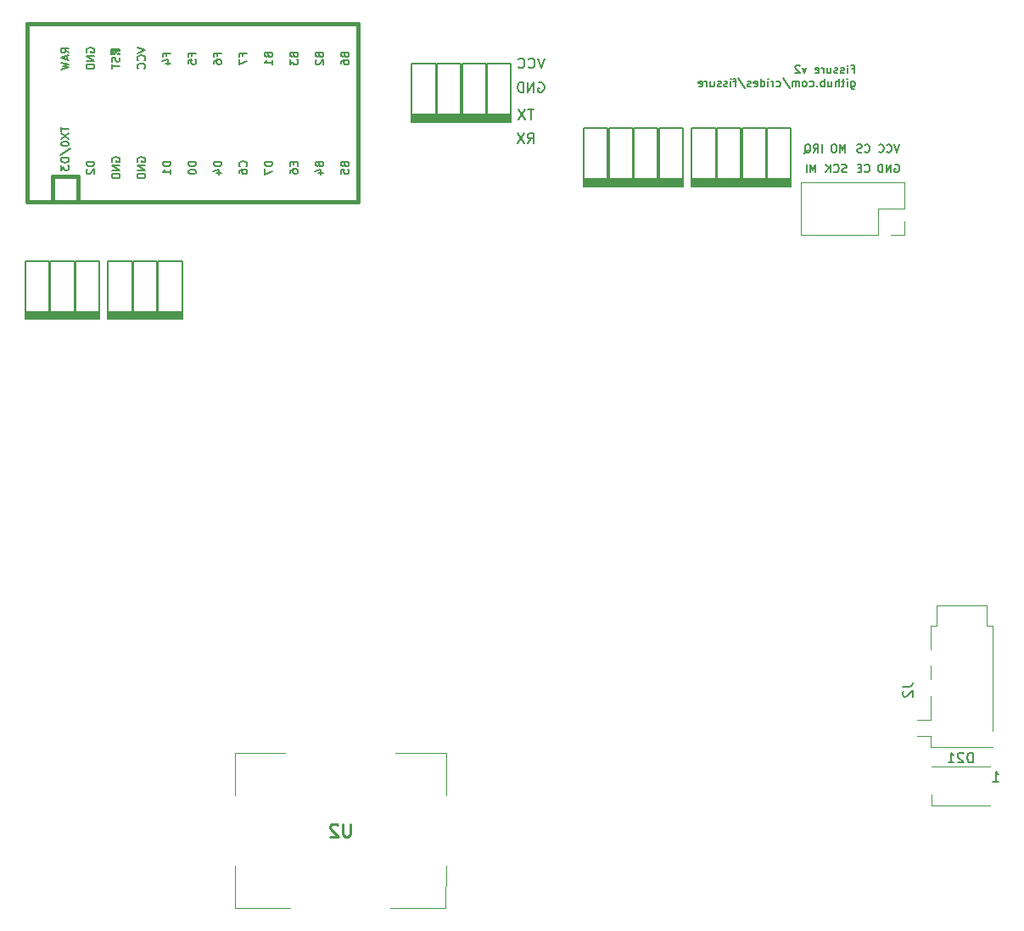
<source format=gbr>
G04 #@! TF.GenerationSoftware,KiCad,Pcbnew,5.1.4-e60b266~84~ubuntu19.04.1*
G04 #@! TF.CreationDate,2020-01-09T17:11:54-08:00*
G04 #@! TF.ProjectId,fissure,66697373-7572-4652-9e6b-696361645f70,rev?*
G04 #@! TF.SameCoordinates,Original*
G04 #@! TF.FileFunction,Legend,Bot*
G04 #@! TF.FilePolarity,Positive*
%FSLAX46Y46*%
G04 Gerber Fmt 4.6, Leading zero omitted, Abs format (unit mm)*
G04 Created by KiCad (PCBNEW 5.1.4-e60b266~84~ubuntu19.04.1) date 2020-01-09 17:11:54*
%MOMM*%
%LPD*%
G04 APERTURE LIST*
%ADD10C,0.150000*%
%ADD11C,0.120000*%
%ADD12C,0.381000*%
%ADD13C,0.200000*%
%ADD14C,0.100000*%
%ADD15C,0.254000*%
G04 APERTURE END LIST*
D10*
X128016167Y-44266857D02*
X128282833Y-44266857D01*
X128282833Y-44685904D02*
X128282833Y-43885904D01*
X127901881Y-43885904D01*
X127597119Y-44685904D02*
X127597119Y-44152571D01*
X127597119Y-43885904D02*
X127635214Y-43924000D01*
X127597119Y-43962095D01*
X127559024Y-43924000D01*
X127597119Y-43885904D01*
X127597119Y-43962095D01*
X127254262Y-44647809D02*
X127178071Y-44685904D01*
X127025690Y-44685904D01*
X126949500Y-44647809D01*
X126911405Y-44571619D01*
X126911405Y-44533523D01*
X126949500Y-44457333D01*
X127025690Y-44419238D01*
X127139976Y-44419238D01*
X127216167Y-44381142D01*
X127254262Y-44304952D01*
X127254262Y-44266857D01*
X127216167Y-44190666D01*
X127139976Y-44152571D01*
X127025690Y-44152571D01*
X126949500Y-44190666D01*
X126606643Y-44647809D02*
X126530452Y-44685904D01*
X126378071Y-44685904D01*
X126301881Y-44647809D01*
X126263786Y-44571619D01*
X126263786Y-44533523D01*
X126301881Y-44457333D01*
X126378071Y-44419238D01*
X126492357Y-44419238D01*
X126568548Y-44381142D01*
X126606643Y-44304952D01*
X126606643Y-44266857D01*
X126568548Y-44190666D01*
X126492357Y-44152571D01*
X126378071Y-44152571D01*
X126301881Y-44190666D01*
X125578071Y-44152571D02*
X125578071Y-44685904D01*
X125920929Y-44152571D02*
X125920929Y-44571619D01*
X125882833Y-44647809D01*
X125806643Y-44685904D01*
X125692357Y-44685904D01*
X125616167Y-44647809D01*
X125578071Y-44609714D01*
X125197119Y-44685904D02*
X125197119Y-44152571D01*
X125197119Y-44304952D02*
X125159024Y-44228761D01*
X125120929Y-44190666D01*
X125044738Y-44152571D01*
X124968548Y-44152571D01*
X124397119Y-44647809D02*
X124473310Y-44685904D01*
X124625690Y-44685904D01*
X124701881Y-44647809D01*
X124739976Y-44571619D01*
X124739976Y-44266857D01*
X124701881Y-44190666D01*
X124625690Y-44152571D01*
X124473310Y-44152571D01*
X124397119Y-44190666D01*
X124359024Y-44266857D01*
X124359024Y-44343047D01*
X124739976Y-44419238D01*
X123482833Y-44152571D02*
X123292357Y-44685904D01*
X123101881Y-44152571D01*
X122835214Y-43962095D02*
X122797119Y-43924000D01*
X122720929Y-43885904D01*
X122530452Y-43885904D01*
X122454262Y-43924000D01*
X122416167Y-43962095D01*
X122378071Y-44038285D01*
X122378071Y-44114476D01*
X122416167Y-44228761D01*
X122873310Y-44685904D01*
X122378071Y-44685904D01*
X127939976Y-45502571D02*
X127939976Y-46150190D01*
X127978071Y-46226380D01*
X128016167Y-46264476D01*
X128092357Y-46302571D01*
X128206643Y-46302571D01*
X128282833Y-46264476D01*
X127939976Y-45997809D02*
X128016167Y-46035904D01*
X128168548Y-46035904D01*
X128244738Y-45997809D01*
X128282833Y-45959714D01*
X128320929Y-45883523D01*
X128320929Y-45654952D01*
X128282833Y-45578761D01*
X128244738Y-45540666D01*
X128168548Y-45502571D01*
X128016167Y-45502571D01*
X127939976Y-45540666D01*
X127559024Y-46035904D02*
X127559024Y-45502571D01*
X127559024Y-45235904D02*
X127597119Y-45274000D01*
X127559024Y-45312095D01*
X127520929Y-45274000D01*
X127559024Y-45235904D01*
X127559024Y-45312095D01*
X127292357Y-45502571D02*
X126987595Y-45502571D01*
X127178071Y-45235904D02*
X127178071Y-45921619D01*
X127139976Y-45997809D01*
X127063786Y-46035904D01*
X126987595Y-46035904D01*
X126720929Y-46035904D02*
X126720929Y-45235904D01*
X126378071Y-46035904D02*
X126378071Y-45616857D01*
X126416167Y-45540666D01*
X126492357Y-45502571D01*
X126606643Y-45502571D01*
X126682833Y-45540666D01*
X126720929Y-45578761D01*
X125654262Y-45502571D02*
X125654262Y-46035904D01*
X125997119Y-45502571D02*
X125997119Y-45921619D01*
X125959024Y-45997809D01*
X125882833Y-46035904D01*
X125768548Y-46035904D01*
X125692357Y-45997809D01*
X125654262Y-45959714D01*
X125273310Y-46035904D02*
X125273310Y-45235904D01*
X125273310Y-45540666D02*
X125197119Y-45502571D01*
X125044738Y-45502571D01*
X124968548Y-45540666D01*
X124930452Y-45578761D01*
X124892357Y-45654952D01*
X124892357Y-45883523D01*
X124930452Y-45959714D01*
X124968548Y-45997809D01*
X125044738Y-46035904D01*
X125197119Y-46035904D01*
X125273310Y-45997809D01*
X124549500Y-45959714D02*
X124511405Y-45997809D01*
X124549500Y-46035904D01*
X124587595Y-45997809D01*
X124549500Y-45959714D01*
X124549500Y-46035904D01*
X123825690Y-45997809D02*
X123901881Y-46035904D01*
X124054262Y-46035904D01*
X124130452Y-45997809D01*
X124168548Y-45959714D01*
X124206643Y-45883523D01*
X124206643Y-45654952D01*
X124168548Y-45578761D01*
X124130452Y-45540666D01*
X124054262Y-45502571D01*
X123901881Y-45502571D01*
X123825690Y-45540666D01*
X123368548Y-46035904D02*
X123444738Y-45997809D01*
X123482833Y-45959714D01*
X123520929Y-45883523D01*
X123520929Y-45654952D01*
X123482833Y-45578761D01*
X123444738Y-45540666D01*
X123368548Y-45502571D01*
X123254262Y-45502571D01*
X123178071Y-45540666D01*
X123139976Y-45578761D01*
X123101881Y-45654952D01*
X123101881Y-45883523D01*
X123139976Y-45959714D01*
X123178071Y-45997809D01*
X123254262Y-46035904D01*
X123368548Y-46035904D01*
X122759024Y-46035904D02*
X122759024Y-45502571D01*
X122759024Y-45578761D02*
X122720929Y-45540666D01*
X122644738Y-45502571D01*
X122530452Y-45502571D01*
X122454262Y-45540666D01*
X122416167Y-45616857D01*
X122416167Y-46035904D01*
X122416167Y-45616857D02*
X122378071Y-45540666D01*
X122301881Y-45502571D01*
X122187595Y-45502571D01*
X122111405Y-45540666D01*
X122073310Y-45616857D01*
X122073310Y-46035904D01*
X121120929Y-45197809D02*
X121806643Y-46226380D01*
X120511405Y-45997809D02*
X120587595Y-46035904D01*
X120739976Y-46035904D01*
X120816167Y-45997809D01*
X120854262Y-45959714D01*
X120892357Y-45883523D01*
X120892357Y-45654952D01*
X120854262Y-45578761D01*
X120816167Y-45540666D01*
X120739976Y-45502571D01*
X120587595Y-45502571D01*
X120511405Y-45540666D01*
X120168548Y-46035904D02*
X120168548Y-45502571D01*
X120168548Y-45654952D02*
X120130452Y-45578761D01*
X120092357Y-45540666D01*
X120016167Y-45502571D01*
X119939976Y-45502571D01*
X119673310Y-46035904D02*
X119673310Y-45502571D01*
X119673310Y-45235904D02*
X119711405Y-45274000D01*
X119673310Y-45312095D01*
X119635214Y-45274000D01*
X119673310Y-45235904D01*
X119673310Y-45312095D01*
X118949500Y-46035904D02*
X118949500Y-45235904D01*
X118949500Y-45997809D02*
X119025690Y-46035904D01*
X119178071Y-46035904D01*
X119254262Y-45997809D01*
X119292357Y-45959714D01*
X119330452Y-45883523D01*
X119330452Y-45654952D01*
X119292357Y-45578761D01*
X119254262Y-45540666D01*
X119178071Y-45502571D01*
X119025690Y-45502571D01*
X118949500Y-45540666D01*
X118263786Y-45997809D02*
X118339976Y-46035904D01*
X118492357Y-46035904D01*
X118568548Y-45997809D01*
X118606643Y-45921619D01*
X118606643Y-45616857D01*
X118568548Y-45540666D01*
X118492357Y-45502571D01*
X118339976Y-45502571D01*
X118263786Y-45540666D01*
X118225690Y-45616857D01*
X118225690Y-45693047D01*
X118606643Y-45769238D01*
X117920929Y-45997809D02*
X117844738Y-46035904D01*
X117692357Y-46035904D01*
X117616167Y-45997809D01*
X117578071Y-45921619D01*
X117578071Y-45883523D01*
X117616167Y-45807333D01*
X117692357Y-45769238D01*
X117806643Y-45769238D01*
X117882833Y-45731142D01*
X117920929Y-45654952D01*
X117920929Y-45616857D01*
X117882833Y-45540666D01*
X117806643Y-45502571D01*
X117692357Y-45502571D01*
X117616167Y-45540666D01*
X116663786Y-45197809D02*
X117349500Y-46226380D01*
X116511405Y-45502571D02*
X116206643Y-45502571D01*
X116397119Y-46035904D02*
X116397119Y-45350190D01*
X116359024Y-45274000D01*
X116282833Y-45235904D01*
X116206643Y-45235904D01*
X115939976Y-46035904D02*
X115939976Y-45502571D01*
X115939976Y-45235904D02*
X115978071Y-45274000D01*
X115939976Y-45312095D01*
X115901881Y-45274000D01*
X115939976Y-45235904D01*
X115939976Y-45312095D01*
X115597119Y-45997809D02*
X115520929Y-46035904D01*
X115368548Y-46035904D01*
X115292357Y-45997809D01*
X115254262Y-45921619D01*
X115254262Y-45883523D01*
X115292357Y-45807333D01*
X115368548Y-45769238D01*
X115482833Y-45769238D01*
X115559024Y-45731142D01*
X115597119Y-45654952D01*
X115597119Y-45616857D01*
X115559024Y-45540666D01*
X115482833Y-45502571D01*
X115368548Y-45502571D01*
X115292357Y-45540666D01*
X114949500Y-45997809D02*
X114873310Y-46035904D01*
X114720929Y-46035904D01*
X114644738Y-45997809D01*
X114606643Y-45921619D01*
X114606643Y-45883523D01*
X114644738Y-45807333D01*
X114720929Y-45769238D01*
X114835214Y-45769238D01*
X114911405Y-45731142D01*
X114949500Y-45654952D01*
X114949500Y-45616857D01*
X114911405Y-45540666D01*
X114835214Y-45502571D01*
X114720929Y-45502571D01*
X114644738Y-45540666D01*
X113920929Y-45502571D02*
X113920929Y-46035904D01*
X114263786Y-45502571D02*
X114263786Y-45921619D01*
X114225690Y-45997809D01*
X114149500Y-46035904D01*
X114035214Y-46035904D01*
X113959024Y-45997809D01*
X113920929Y-45959714D01*
X113539976Y-46035904D02*
X113539976Y-45502571D01*
X113539976Y-45654952D02*
X113501881Y-45578761D01*
X113463786Y-45540666D01*
X113387595Y-45502571D01*
X113311405Y-45502571D01*
X112739976Y-45997809D02*
X112816167Y-46035904D01*
X112968548Y-46035904D01*
X113044738Y-45997809D01*
X113082833Y-45921619D01*
X113082833Y-45616857D01*
X113044738Y-45540666D01*
X112968548Y-45502571D01*
X112816167Y-45502571D01*
X112739976Y-45540666D01*
X112701881Y-45616857D01*
X112701881Y-45693047D01*
X113082833Y-45769238D01*
X129311285Y-54534714D02*
X129349380Y-54572809D01*
X129463666Y-54610904D01*
X129539857Y-54610904D01*
X129654142Y-54572809D01*
X129730333Y-54496619D01*
X129768428Y-54420428D01*
X129806523Y-54268047D01*
X129806523Y-54153761D01*
X129768428Y-54001380D01*
X129730333Y-53925190D01*
X129654142Y-53849000D01*
X129539857Y-53810904D01*
X129463666Y-53810904D01*
X129349380Y-53849000D01*
X129311285Y-53887095D01*
X128968428Y-54191857D02*
X128701761Y-54191857D01*
X128587476Y-54610904D02*
X128968428Y-54610904D01*
X128968428Y-53810904D01*
X128587476Y-53810904D01*
X129330333Y-52534714D02*
X129368428Y-52572809D01*
X129482714Y-52610904D01*
X129558904Y-52610904D01*
X129673190Y-52572809D01*
X129749380Y-52496619D01*
X129787476Y-52420428D01*
X129825571Y-52268047D01*
X129825571Y-52153761D01*
X129787476Y-52001380D01*
X129749380Y-51925190D01*
X129673190Y-51849000D01*
X129558904Y-51810904D01*
X129482714Y-51810904D01*
X129368428Y-51849000D01*
X129330333Y-51887095D01*
X129025571Y-52572809D02*
X128911285Y-52610904D01*
X128720809Y-52610904D01*
X128644619Y-52572809D01*
X128606523Y-52534714D01*
X128568428Y-52458523D01*
X128568428Y-52382333D01*
X128606523Y-52306142D01*
X128644619Y-52268047D01*
X128720809Y-52229952D01*
X128873190Y-52191857D01*
X128949380Y-52153761D01*
X128987476Y-52115666D01*
X129025571Y-52039476D01*
X129025571Y-51963285D01*
X128987476Y-51887095D01*
X128949380Y-51849000D01*
X128873190Y-51810904D01*
X128682714Y-51810904D01*
X128568428Y-51849000D01*
X127475571Y-54572809D02*
X127361285Y-54610904D01*
X127170809Y-54610904D01*
X127094619Y-54572809D01*
X127056523Y-54534714D01*
X127018428Y-54458523D01*
X127018428Y-54382333D01*
X127056523Y-54306142D01*
X127094619Y-54268047D01*
X127170809Y-54229952D01*
X127323190Y-54191857D01*
X127399380Y-54153761D01*
X127437476Y-54115666D01*
X127475571Y-54039476D01*
X127475571Y-53963285D01*
X127437476Y-53887095D01*
X127399380Y-53849000D01*
X127323190Y-53810904D01*
X127132714Y-53810904D01*
X127018428Y-53849000D01*
X126218428Y-54534714D02*
X126256523Y-54572809D01*
X126370809Y-54610904D01*
X126447000Y-54610904D01*
X126561285Y-54572809D01*
X126637476Y-54496619D01*
X126675571Y-54420428D01*
X126713666Y-54268047D01*
X126713666Y-54153761D01*
X126675571Y-54001380D01*
X126637476Y-53925190D01*
X126561285Y-53849000D01*
X126447000Y-53810904D01*
X126370809Y-53810904D01*
X126256523Y-53849000D01*
X126218428Y-53887095D01*
X125875571Y-54610904D02*
X125875571Y-53810904D01*
X125418428Y-54610904D02*
X125761285Y-54153761D01*
X125418428Y-53810904D02*
X125875571Y-54268047D01*
X132763666Y-51810904D02*
X132497000Y-52610904D01*
X132230333Y-51810904D01*
X131506523Y-52534714D02*
X131544619Y-52572809D01*
X131658904Y-52610904D01*
X131735095Y-52610904D01*
X131849380Y-52572809D01*
X131925571Y-52496619D01*
X131963666Y-52420428D01*
X132001761Y-52268047D01*
X132001761Y-52153761D01*
X131963666Y-52001380D01*
X131925571Y-51925190D01*
X131849380Y-51849000D01*
X131735095Y-51810904D01*
X131658904Y-51810904D01*
X131544619Y-51849000D01*
X131506523Y-51887095D01*
X130706523Y-52534714D02*
X130744619Y-52572809D01*
X130858904Y-52610904D01*
X130935095Y-52610904D01*
X131049380Y-52572809D01*
X131125571Y-52496619D01*
X131163666Y-52420428D01*
X131201761Y-52268047D01*
X131201761Y-52153761D01*
X131163666Y-52001380D01*
X131125571Y-51925190D01*
X131049380Y-51849000D01*
X130935095Y-51810904D01*
X130858904Y-51810904D01*
X130744619Y-51849000D01*
X130706523Y-51887095D01*
X127382714Y-52610904D02*
X127382714Y-51810904D01*
X127116047Y-52382333D01*
X126849380Y-51810904D01*
X126849380Y-52610904D01*
X126316047Y-51810904D02*
X126163666Y-51810904D01*
X126087476Y-51849000D01*
X126011285Y-51925190D01*
X125973190Y-52077571D01*
X125973190Y-52344238D01*
X126011285Y-52496619D01*
X126087476Y-52572809D01*
X126163666Y-52610904D01*
X126316047Y-52610904D01*
X126392238Y-52572809D01*
X126468428Y-52496619D01*
X126506523Y-52344238D01*
X126506523Y-52077571D01*
X126468428Y-51925190D01*
X126392238Y-51849000D01*
X126316047Y-51810904D01*
X124404142Y-54610904D02*
X124404142Y-53810904D01*
X124137476Y-54382333D01*
X123870809Y-53810904D01*
X123870809Y-54610904D01*
X123489857Y-54610904D02*
X123489857Y-53810904D01*
X125016047Y-52610904D02*
X125016047Y-51810904D01*
X124177952Y-52610904D02*
X124444619Y-52229952D01*
X124635095Y-52610904D02*
X124635095Y-51810904D01*
X124330333Y-51810904D01*
X124254142Y-51849000D01*
X124216047Y-51887095D01*
X124177952Y-51963285D01*
X124177952Y-52077571D01*
X124216047Y-52153761D01*
X124254142Y-52191857D01*
X124330333Y-52229952D01*
X124635095Y-52229952D01*
X123301761Y-52687095D02*
X123377952Y-52649000D01*
X123454142Y-52572809D01*
X123568428Y-52458523D01*
X123644619Y-52420428D01*
X123720809Y-52420428D01*
X123682714Y-52610904D02*
X123758904Y-52572809D01*
X123835095Y-52496619D01*
X123873190Y-52344238D01*
X123873190Y-52077571D01*
X123835095Y-51925190D01*
X123758904Y-51849000D01*
X123682714Y-51810904D01*
X123530333Y-51810904D01*
X123454142Y-51849000D01*
X123377952Y-51925190D01*
X123339857Y-52077571D01*
X123339857Y-52344238D01*
X123377952Y-52496619D01*
X123454142Y-52572809D01*
X123530333Y-52610904D01*
X123682714Y-52610904D01*
X132306523Y-53849000D02*
X132382714Y-53810904D01*
X132497000Y-53810904D01*
X132611285Y-53849000D01*
X132687476Y-53925190D01*
X132725571Y-54001380D01*
X132763666Y-54153761D01*
X132763666Y-54268047D01*
X132725571Y-54420428D01*
X132687476Y-54496619D01*
X132611285Y-54572809D01*
X132497000Y-54610904D01*
X132420809Y-54610904D01*
X132306523Y-54572809D01*
X132268428Y-54534714D01*
X132268428Y-54268047D01*
X132420809Y-54268047D01*
X131925571Y-54610904D02*
X131925571Y-53810904D01*
X131468428Y-54610904D01*
X131468428Y-53810904D01*
X131087476Y-54610904D02*
X131087476Y-53810904D01*
X130897000Y-53810904D01*
X130782714Y-53849000D01*
X130706523Y-53925190D01*
X130668428Y-54001380D01*
X130630333Y-54153761D01*
X130630333Y-54268047D01*
X130668428Y-54420428D01*
X130706523Y-54496619D01*
X130782714Y-54572809D01*
X130897000Y-54610904D01*
X131087476Y-54610904D01*
X95663666Y-51701380D02*
X95997000Y-51225190D01*
X96235095Y-51701380D02*
X96235095Y-50701380D01*
X95854142Y-50701380D01*
X95758904Y-50749000D01*
X95711285Y-50796619D01*
X95663666Y-50891857D01*
X95663666Y-51034714D01*
X95711285Y-51129952D01*
X95758904Y-51177571D01*
X95854142Y-51225190D01*
X96235095Y-51225190D01*
X95330333Y-50701380D02*
X94663666Y-51701380D01*
X94663666Y-50701380D02*
X95330333Y-51701380D01*
X96258904Y-48301380D02*
X95687476Y-48301380D01*
X95973190Y-49301380D02*
X95973190Y-48301380D01*
X95449380Y-48301380D02*
X94782714Y-49301380D01*
X94782714Y-48301380D02*
X95449380Y-49301380D01*
X96758904Y-45649000D02*
X96854142Y-45601380D01*
X96997000Y-45601380D01*
X97139857Y-45649000D01*
X97235095Y-45744238D01*
X97282714Y-45839476D01*
X97330333Y-46029952D01*
X97330333Y-46172809D01*
X97282714Y-46363285D01*
X97235095Y-46458523D01*
X97139857Y-46553761D01*
X96997000Y-46601380D01*
X96901761Y-46601380D01*
X96758904Y-46553761D01*
X96711285Y-46506142D01*
X96711285Y-46172809D01*
X96901761Y-46172809D01*
X96282714Y-46601380D02*
X96282714Y-45601380D01*
X95711285Y-46601380D01*
X95711285Y-45601380D01*
X95235095Y-46601380D02*
X95235095Y-45601380D01*
X94997000Y-45601380D01*
X94854142Y-45649000D01*
X94758904Y-45744238D01*
X94711285Y-45839476D01*
X94663666Y-46029952D01*
X94663666Y-46172809D01*
X94711285Y-46363285D01*
X94758904Y-46458523D01*
X94854142Y-46553761D01*
X94997000Y-46601380D01*
X95235095Y-46601380D01*
X97330333Y-43201380D02*
X96997000Y-44201380D01*
X96663666Y-43201380D01*
X95758904Y-44106142D02*
X95806523Y-44153761D01*
X95949380Y-44201380D01*
X96044619Y-44201380D01*
X96187476Y-44153761D01*
X96282714Y-44058523D01*
X96330333Y-43963285D01*
X96377952Y-43772809D01*
X96377952Y-43629952D01*
X96330333Y-43439476D01*
X96282714Y-43344238D01*
X96187476Y-43249000D01*
X96044619Y-43201380D01*
X95949380Y-43201380D01*
X95806523Y-43249000D01*
X95758904Y-43296619D01*
X94758904Y-44106142D02*
X94806523Y-44153761D01*
X94949380Y-44201380D01*
X95044619Y-44201380D01*
X95187476Y-44153761D01*
X95282714Y-44058523D01*
X95330333Y-43963285D01*
X95377952Y-43772809D01*
X95377952Y-43629952D01*
X95330333Y-43439476D01*
X95282714Y-43344238D01*
X95187476Y-43249000D01*
X95044619Y-43201380D01*
X94949380Y-43201380D01*
X94806523Y-43249000D01*
X94758904Y-43296619D01*
D11*
X135947000Y-117799000D02*
X135947000Y-116724000D01*
X141847000Y-117799000D02*
X135947000Y-117799000D01*
X141847000Y-113899000D02*
X135947000Y-113899000D01*
D12*
X48257000Y-55039000D02*
X48257000Y-57579000D01*
X45717000Y-39799000D02*
X45717000Y-57579000D01*
X45717000Y-57579000D02*
X78737000Y-57579000D01*
X78737000Y-57579000D02*
X78737000Y-39799000D01*
X78737000Y-39799000D02*
X45717000Y-39799000D01*
D10*
G36*
X54146030Y-42844365D02*
G01*
X54246030Y-42844365D01*
X54246030Y-42344365D01*
X54146030Y-42344365D01*
X54146030Y-42844365D01*
G37*
X54146030Y-42844365D02*
X54246030Y-42844365D01*
X54246030Y-42344365D01*
X54146030Y-42344365D01*
X54146030Y-42844365D01*
G36*
X54146030Y-42844365D02*
G01*
X54446030Y-42844365D01*
X54446030Y-42744365D01*
X54146030Y-42744365D01*
X54146030Y-42844365D01*
G37*
X54146030Y-42844365D02*
X54446030Y-42844365D01*
X54446030Y-42744365D01*
X54146030Y-42744365D01*
X54146030Y-42844365D01*
G36*
X54746030Y-42844365D02*
G01*
X54946030Y-42844365D01*
X54946030Y-42744365D01*
X54746030Y-42744365D01*
X54746030Y-42844365D01*
G37*
X54746030Y-42844365D02*
X54946030Y-42844365D01*
X54946030Y-42744365D01*
X54746030Y-42744365D01*
X54746030Y-42844365D01*
G36*
X54146030Y-42444365D02*
G01*
X54946030Y-42444365D01*
X54946030Y-42344365D01*
X54146030Y-42344365D01*
X54146030Y-42444365D01*
G37*
X54146030Y-42444365D02*
X54946030Y-42444365D01*
X54946030Y-42344365D01*
X54146030Y-42344365D01*
X54146030Y-42444365D01*
G36*
X54546030Y-42644365D02*
G01*
X54646030Y-42644365D01*
X54646030Y-42544365D01*
X54546030Y-42544365D01*
X54546030Y-42644365D01*
G37*
X54546030Y-42644365D02*
X54646030Y-42644365D01*
X54646030Y-42544365D01*
X54546030Y-42544365D01*
X54546030Y-42644365D01*
D12*
X48257000Y-55039000D02*
X50797000Y-55039000D01*
X50797000Y-55039000D02*
X50797000Y-57579000D01*
D13*
X45547000Y-68524000D02*
X47947000Y-68524000D01*
X45547000Y-68699000D02*
X47947000Y-68699000D01*
X45547000Y-68874000D02*
X47947000Y-68874000D01*
X47947000Y-69274000D02*
X45547000Y-69274000D01*
X45547000Y-69049000D02*
X47947000Y-69049000D01*
X45547000Y-69174000D02*
X47947000Y-69174000D01*
X45547000Y-69249000D02*
X45547000Y-63449000D01*
X45547000Y-63449000D02*
X47947000Y-63449000D01*
X47947000Y-63449000D02*
X47947000Y-69249000D01*
X119557000Y-55271000D02*
X121957000Y-55271000D01*
X119557000Y-55446000D02*
X121957000Y-55446000D01*
X119557000Y-55621000D02*
X121957000Y-55621000D01*
X121957000Y-56021000D02*
X119557000Y-56021000D01*
X119557000Y-55796000D02*
X121957000Y-55796000D01*
X119557000Y-55921000D02*
X121957000Y-55921000D01*
X119557000Y-55996000D02*
X119557000Y-50196000D01*
X119557000Y-50196000D02*
X121957000Y-50196000D01*
X121957000Y-50196000D02*
X121957000Y-55996000D01*
X108762000Y-55268000D02*
X111162000Y-55268000D01*
X108762000Y-55443000D02*
X111162000Y-55443000D01*
X108762000Y-55618000D02*
X111162000Y-55618000D01*
X111162000Y-56018000D02*
X108762000Y-56018000D01*
X108762000Y-55793000D02*
X111162000Y-55793000D01*
X108762000Y-55918000D02*
X111162000Y-55918000D01*
X108762000Y-55993000D02*
X108762000Y-50193000D01*
X108762000Y-50193000D02*
X111162000Y-50193000D01*
X111162000Y-50193000D02*
X111162000Y-55993000D01*
X94017000Y-43759000D02*
X94017000Y-49559000D01*
X91617000Y-43759000D02*
X94017000Y-43759000D01*
X91617000Y-49559000D02*
X91617000Y-43759000D01*
X91617000Y-49484000D02*
X94017000Y-49484000D01*
X91617000Y-49359000D02*
X94017000Y-49359000D01*
X94017000Y-49584000D02*
X91617000Y-49584000D01*
X91617000Y-49184000D02*
X94017000Y-49184000D01*
X91617000Y-49009000D02*
X94017000Y-49009000D01*
X91617000Y-48834000D02*
X94017000Y-48834000D01*
X117057000Y-55271000D02*
X119457000Y-55271000D01*
X117057000Y-55446000D02*
X119457000Y-55446000D01*
X117057000Y-55621000D02*
X119457000Y-55621000D01*
X119457000Y-56021000D02*
X117057000Y-56021000D01*
X117057000Y-55796000D02*
X119457000Y-55796000D01*
X117057000Y-55921000D02*
X119457000Y-55921000D01*
X117057000Y-55996000D02*
X117057000Y-50196000D01*
X117057000Y-50196000D02*
X119457000Y-50196000D01*
X119457000Y-50196000D02*
X119457000Y-55996000D01*
X106262000Y-55268000D02*
X108662000Y-55268000D01*
X106262000Y-55443000D02*
X108662000Y-55443000D01*
X106262000Y-55618000D02*
X108662000Y-55618000D01*
X108662000Y-56018000D02*
X106262000Y-56018000D01*
X106262000Y-55793000D02*
X108662000Y-55793000D01*
X106262000Y-55918000D02*
X108662000Y-55918000D01*
X106262000Y-55993000D02*
X106262000Y-50193000D01*
X106262000Y-50193000D02*
X108662000Y-50193000D01*
X108662000Y-50193000D02*
X108662000Y-55993000D01*
X91517000Y-43759000D02*
X91517000Y-49559000D01*
X89117000Y-43759000D02*
X91517000Y-43759000D01*
X89117000Y-49559000D02*
X89117000Y-43759000D01*
X89117000Y-49484000D02*
X91517000Y-49484000D01*
X89117000Y-49359000D02*
X91517000Y-49359000D01*
X91517000Y-49584000D02*
X89117000Y-49584000D01*
X89117000Y-49184000D02*
X91517000Y-49184000D01*
X89117000Y-49009000D02*
X91517000Y-49009000D01*
X89117000Y-48834000D02*
X91517000Y-48834000D01*
X53797000Y-68524000D02*
X56197000Y-68524000D01*
X53797000Y-68699000D02*
X56197000Y-68699000D01*
X53797000Y-68874000D02*
X56197000Y-68874000D01*
X56197000Y-69274000D02*
X53797000Y-69274000D01*
X53797000Y-69049000D02*
X56197000Y-69049000D01*
X53797000Y-69174000D02*
X56197000Y-69174000D01*
X53797000Y-69249000D02*
X53797000Y-63449000D01*
X53797000Y-63449000D02*
X56197000Y-63449000D01*
X56197000Y-63449000D02*
X56197000Y-69249000D01*
X50547000Y-68524000D02*
X52947000Y-68524000D01*
X50547000Y-68699000D02*
X52947000Y-68699000D01*
X50547000Y-68874000D02*
X52947000Y-68874000D01*
X52947000Y-69274000D02*
X50547000Y-69274000D01*
X50547000Y-69049000D02*
X52947000Y-69049000D01*
X50547000Y-69174000D02*
X52947000Y-69174000D01*
X50547000Y-69249000D02*
X50547000Y-63449000D01*
X50547000Y-63449000D02*
X52947000Y-63449000D01*
X52947000Y-63449000D02*
X52947000Y-69249000D01*
X114557000Y-55271000D02*
X116957000Y-55271000D01*
X114557000Y-55446000D02*
X116957000Y-55446000D01*
X114557000Y-55621000D02*
X116957000Y-55621000D01*
X116957000Y-56021000D02*
X114557000Y-56021000D01*
X114557000Y-55796000D02*
X116957000Y-55796000D01*
X114557000Y-55921000D02*
X116957000Y-55921000D01*
X114557000Y-55996000D02*
X114557000Y-50196000D01*
X114557000Y-50196000D02*
X116957000Y-50196000D01*
X116957000Y-50196000D02*
X116957000Y-55996000D01*
X103762000Y-55268000D02*
X106162000Y-55268000D01*
X103762000Y-55443000D02*
X106162000Y-55443000D01*
X103762000Y-55618000D02*
X106162000Y-55618000D01*
X106162000Y-56018000D02*
X103762000Y-56018000D01*
X103762000Y-55793000D02*
X106162000Y-55793000D01*
X103762000Y-55918000D02*
X106162000Y-55918000D01*
X103762000Y-55993000D02*
X103762000Y-50193000D01*
X103762000Y-50193000D02*
X106162000Y-50193000D01*
X106162000Y-50193000D02*
X106162000Y-55993000D01*
X89017000Y-43759000D02*
X89017000Y-49559000D01*
X86617000Y-43759000D02*
X89017000Y-43759000D01*
X86617000Y-49559000D02*
X86617000Y-43759000D01*
X86617000Y-49484000D02*
X89017000Y-49484000D01*
X86617000Y-49359000D02*
X89017000Y-49359000D01*
X89017000Y-49584000D02*
X86617000Y-49584000D01*
X86617000Y-49184000D02*
X89017000Y-49184000D01*
X86617000Y-49009000D02*
X89017000Y-49009000D01*
X86617000Y-48834000D02*
X89017000Y-48834000D01*
X56297000Y-68524000D02*
X58697000Y-68524000D01*
X56297000Y-68699000D02*
X58697000Y-68699000D01*
X56297000Y-68874000D02*
X58697000Y-68874000D01*
X58697000Y-69274000D02*
X56297000Y-69274000D01*
X56297000Y-69049000D02*
X58697000Y-69049000D01*
X56297000Y-69174000D02*
X58697000Y-69174000D01*
X56297000Y-69249000D02*
X56297000Y-63449000D01*
X56297000Y-63449000D02*
X58697000Y-63449000D01*
X58697000Y-63449000D02*
X58697000Y-69249000D01*
X48047000Y-68524000D02*
X50447000Y-68524000D01*
X48047000Y-68699000D02*
X50447000Y-68699000D01*
X48047000Y-68874000D02*
X50447000Y-68874000D01*
X50447000Y-69274000D02*
X48047000Y-69274000D01*
X48047000Y-69049000D02*
X50447000Y-69049000D01*
X48047000Y-69174000D02*
X50447000Y-69174000D01*
X48047000Y-69249000D02*
X48047000Y-63449000D01*
X48047000Y-63449000D02*
X50447000Y-63449000D01*
X50447000Y-63449000D02*
X50447000Y-69249000D01*
X112057000Y-55271000D02*
X114457000Y-55271000D01*
X112057000Y-55446000D02*
X114457000Y-55446000D01*
X112057000Y-55621000D02*
X114457000Y-55621000D01*
X114457000Y-56021000D02*
X112057000Y-56021000D01*
X112057000Y-55796000D02*
X114457000Y-55796000D01*
X112057000Y-55921000D02*
X114457000Y-55921000D01*
X112057000Y-55996000D02*
X112057000Y-50196000D01*
X112057000Y-50196000D02*
X114457000Y-50196000D01*
X114457000Y-50196000D02*
X114457000Y-55996000D01*
X101262000Y-55268000D02*
X103662000Y-55268000D01*
X101262000Y-55443000D02*
X103662000Y-55443000D01*
X101262000Y-55618000D02*
X103662000Y-55618000D01*
X103662000Y-56018000D02*
X101262000Y-56018000D01*
X101262000Y-55793000D02*
X103662000Y-55793000D01*
X101262000Y-55918000D02*
X103662000Y-55918000D01*
X101262000Y-55993000D02*
X101262000Y-50193000D01*
X101262000Y-50193000D02*
X103662000Y-50193000D01*
X103662000Y-50193000D02*
X103662000Y-55993000D01*
X86517000Y-43759000D02*
X86517000Y-49559000D01*
X84117000Y-43759000D02*
X86517000Y-43759000D01*
X84117000Y-49559000D02*
X84117000Y-43759000D01*
X84117000Y-49484000D02*
X86517000Y-49484000D01*
X84117000Y-49359000D02*
X86517000Y-49359000D01*
X86517000Y-49584000D02*
X84117000Y-49584000D01*
X84117000Y-49184000D02*
X86517000Y-49184000D01*
X84117000Y-49009000D02*
X86517000Y-49009000D01*
X84117000Y-48834000D02*
X86517000Y-48834000D01*
X58797000Y-68524000D02*
X61197000Y-68524000D01*
X58797000Y-68699000D02*
X61197000Y-68699000D01*
X58797000Y-68874000D02*
X61197000Y-68874000D01*
X61197000Y-69274000D02*
X58797000Y-69274000D01*
X58797000Y-69049000D02*
X61197000Y-69049000D01*
X58797000Y-69174000D02*
X61197000Y-69174000D01*
X58797000Y-69249000D02*
X58797000Y-63449000D01*
X58797000Y-63449000D02*
X61197000Y-63449000D01*
X61197000Y-63449000D02*
X61197000Y-69249000D01*
D11*
X141497000Y-99874000D02*
X141497000Y-97874000D01*
X136497000Y-99874000D02*
X136497000Y-97874000D01*
X136497000Y-97874000D02*
X141497000Y-97874000D01*
X141497000Y-99874000D02*
X142097000Y-99874000D01*
X135897000Y-99874000D02*
X136497000Y-99874000D01*
X142097000Y-111974000D02*
X135897000Y-111974000D01*
X135897000Y-99874000D02*
X135897000Y-102249000D01*
X135897000Y-103899000D02*
X135897000Y-105249000D01*
X135897000Y-106899000D02*
X135897000Y-109299000D01*
X135897000Y-110849000D02*
X135897000Y-111974000D01*
X142097000Y-110399000D02*
X142097000Y-99874000D01*
X135897000Y-110849000D02*
X134497000Y-110849000D01*
X135897000Y-109299000D02*
X134497000Y-109299000D01*
D14*
X81997000Y-128099000D02*
X87502000Y-128099000D01*
X87502000Y-128099000D02*
X87547000Y-123849000D01*
X87547000Y-116849000D02*
X87547000Y-112599000D01*
X87547000Y-112599000D02*
X82497000Y-112599000D01*
X71997000Y-128099000D02*
X66447000Y-128099000D01*
X66447000Y-128099000D02*
X66447000Y-123849000D01*
X66447000Y-116849000D02*
X66447000Y-112599000D01*
X66447000Y-112599000D02*
X71497000Y-112599000D01*
D11*
X133257000Y-60814000D02*
X133257000Y-59484000D01*
X131927000Y-60814000D02*
X133257000Y-60814000D01*
X133257000Y-58214000D02*
X133257000Y-55614000D01*
X130657000Y-58214000D02*
X133257000Y-58214000D01*
X130657000Y-60814000D02*
X130657000Y-58214000D01*
X133257000Y-55614000D02*
X122977000Y-55614000D01*
X130657000Y-60814000D02*
X122977000Y-60814000D01*
X122977000Y-60814000D02*
X122977000Y-55614000D01*
D10*
X140111285Y-113551380D02*
X140111285Y-112551380D01*
X139873190Y-112551380D01*
X139730333Y-112599000D01*
X139635095Y-112694238D01*
X139587476Y-112789476D01*
X139539857Y-112979952D01*
X139539857Y-113122809D01*
X139587476Y-113313285D01*
X139635095Y-113408523D01*
X139730333Y-113503761D01*
X139873190Y-113551380D01*
X140111285Y-113551380D01*
X139158904Y-112646619D02*
X139111285Y-112599000D01*
X139016047Y-112551380D01*
X138777952Y-112551380D01*
X138682714Y-112599000D01*
X138635095Y-112646619D01*
X138587476Y-112741857D01*
X138587476Y-112837095D01*
X138635095Y-112979952D01*
X139206523Y-113551380D01*
X138587476Y-113551380D01*
X137635095Y-113551380D02*
X138206523Y-113551380D01*
X137920809Y-113551380D02*
X137920809Y-112551380D01*
X138016047Y-112694238D01*
X138111285Y-112789476D01*
X138206523Y-112837095D01*
X142111285Y-115426380D02*
X142682714Y-115426380D01*
X142397000Y-115426380D02*
X142397000Y-114426380D01*
X142492238Y-114569238D01*
X142587476Y-114664476D01*
X142682714Y-114712095D01*
X54910809Y-43115666D02*
X54948904Y-43229952D01*
X54948904Y-43420428D01*
X54910809Y-43496619D01*
X54872714Y-43534714D01*
X54796523Y-43572809D01*
X54720333Y-43572809D01*
X54644142Y-43534714D01*
X54606047Y-43496619D01*
X54567952Y-43420428D01*
X54529857Y-43268047D01*
X54491761Y-43191857D01*
X54453666Y-43153761D01*
X54377476Y-43115666D01*
X54301285Y-43115666D01*
X54225095Y-43153761D01*
X54187000Y-43191857D01*
X54148904Y-43268047D01*
X54148904Y-43458523D01*
X54187000Y-43572809D01*
X54148904Y-43801380D02*
X54148904Y-44258523D01*
X54948904Y-44029952D02*
X54148904Y-44029952D01*
X49088904Y-50070395D02*
X49088904Y-50527538D01*
X49888904Y-50298967D02*
X49088904Y-50298967D01*
X49088904Y-50718014D02*
X49888904Y-51251348D01*
X49088904Y-51251348D02*
X49888904Y-50718014D01*
X49088904Y-51708491D02*
X49088904Y-51784681D01*
X49127000Y-51860872D01*
X49165095Y-51898967D01*
X49241285Y-51937062D01*
X49393666Y-51975157D01*
X49584142Y-51975157D01*
X49736523Y-51937062D01*
X49812714Y-51898967D01*
X49850809Y-51860872D01*
X49888904Y-51784681D01*
X49888904Y-51708491D01*
X49850809Y-51632300D01*
X49812714Y-51594205D01*
X49736523Y-51556110D01*
X49584142Y-51518014D01*
X49393666Y-51518014D01*
X49241285Y-51556110D01*
X49165095Y-51594205D01*
X49127000Y-51632300D01*
X49088904Y-51708491D01*
X49050809Y-52889443D02*
X50079380Y-52203729D01*
X49888904Y-53156110D02*
X49088904Y-53156110D01*
X49088904Y-53346586D01*
X49127000Y-53460872D01*
X49203190Y-53537062D01*
X49279380Y-53575157D01*
X49431761Y-53613252D01*
X49546047Y-53613252D01*
X49698428Y-53575157D01*
X49774619Y-53537062D01*
X49850809Y-53460872D01*
X49888904Y-53346586D01*
X49888904Y-53156110D01*
X49088904Y-53879919D02*
X49088904Y-54375157D01*
X49393666Y-54108491D01*
X49393666Y-54222776D01*
X49431761Y-54298967D01*
X49469857Y-54337062D01*
X49546047Y-54375157D01*
X49736523Y-54375157D01*
X49812714Y-54337062D01*
X49850809Y-54298967D01*
X49888904Y-54222776D01*
X49888904Y-53994205D01*
X49850809Y-53918014D01*
X49812714Y-53879919D01*
X74869857Y-42904190D02*
X74907952Y-43018476D01*
X74946047Y-43056571D01*
X75022238Y-43094666D01*
X75136523Y-43094666D01*
X75212714Y-43056571D01*
X75250809Y-43018476D01*
X75288904Y-42942285D01*
X75288904Y-42637523D01*
X74488904Y-42637523D01*
X74488904Y-42904190D01*
X74527000Y-42980380D01*
X74565095Y-43018476D01*
X74641285Y-43056571D01*
X74717476Y-43056571D01*
X74793666Y-43018476D01*
X74831761Y-42980380D01*
X74869857Y-42904190D01*
X74869857Y-42637523D01*
X74565095Y-43399428D02*
X74527000Y-43437523D01*
X74488904Y-43513714D01*
X74488904Y-43704190D01*
X74527000Y-43780380D01*
X74565095Y-43818476D01*
X74641285Y-43856571D01*
X74717476Y-43856571D01*
X74831761Y-43818476D01*
X75288904Y-43361333D01*
X75288904Y-43856571D01*
X67249857Y-42961333D02*
X67249857Y-42694666D01*
X67668904Y-42694666D02*
X66868904Y-42694666D01*
X66868904Y-43075619D01*
X66868904Y-43304190D02*
X66868904Y-43837523D01*
X67668904Y-43494666D01*
X64709857Y-42961333D02*
X64709857Y-42694666D01*
X65128904Y-42694666D02*
X64328904Y-42694666D01*
X64328904Y-43075619D01*
X64328904Y-43723238D02*
X64328904Y-43570857D01*
X64367000Y-43494666D01*
X64405095Y-43456571D01*
X64519380Y-43380380D01*
X64671761Y-43342285D01*
X64976523Y-43342285D01*
X65052714Y-43380380D01*
X65090809Y-43418476D01*
X65128904Y-43494666D01*
X65128904Y-43647047D01*
X65090809Y-43723238D01*
X65052714Y-43761333D01*
X64976523Y-43799428D01*
X64786047Y-43799428D01*
X64709857Y-43761333D01*
X64671761Y-43723238D01*
X64633666Y-43647047D01*
X64633666Y-43494666D01*
X64671761Y-43418476D01*
X64709857Y-43380380D01*
X64786047Y-43342285D01*
X62169857Y-42961333D02*
X62169857Y-42694666D01*
X62588904Y-42694666D02*
X61788904Y-42694666D01*
X61788904Y-43075619D01*
X61788904Y-43761333D02*
X61788904Y-43380380D01*
X62169857Y-43342285D01*
X62131761Y-43380380D01*
X62093666Y-43456571D01*
X62093666Y-43647047D01*
X62131761Y-43723238D01*
X62169857Y-43761333D01*
X62246047Y-43799428D01*
X62436523Y-43799428D01*
X62512714Y-43761333D01*
X62550809Y-43723238D01*
X62588904Y-43647047D01*
X62588904Y-43456571D01*
X62550809Y-43380380D01*
X62512714Y-43342285D01*
X49888904Y-42675619D02*
X49507952Y-42408952D01*
X49888904Y-42218476D02*
X49088904Y-42218476D01*
X49088904Y-42523238D01*
X49127000Y-42599428D01*
X49165095Y-42637523D01*
X49241285Y-42675619D01*
X49355571Y-42675619D01*
X49431761Y-42637523D01*
X49469857Y-42599428D01*
X49507952Y-42523238D01*
X49507952Y-42218476D01*
X49660333Y-42980380D02*
X49660333Y-43361333D01*
X49888904Y-42904190D02*
X49088904Y-43170857D01*
X49888904Y-43437523D01*
X49088904Y-43628000D02*
X49888904Y-43818476D01*
X49317476Y-43970857D01*
X49888904Y-44123238D01*
X49088904Y-44313714D01*
X51667000Y-42618476D02*
X51628904Y-42542285D01*
X51628904Y-42428000D01*
X51667000Y-42313714D01*
X51743190Y-42237523D01*
X51819380Y-42199428D01*
X51971761Y-42161333D01*
X52086047Y-42161333D01*
X52238428Y-42199428D01*
X52314619Y-42237523D01*
X52390809Y-42313714D01*
X52428904Y-42428000D01*
X52428904Y-42504190D01*
X52390809Y-42618476D01*
X52352714Y-42656571D01*
X52086047Y-42656571D01*
X52086047Y-42504190D01*
X52428904Y-42999428D02*
X51628904Y-42999428D01*
X52428904Y-43456571D01*
X51628904Y-43456571D01*
X52428904Y-43837523D02*
X51628904Y-43837523D01*
X51628904Y-44028000D01*
X51667000Y-44142285D01*
X51743190Y-44218476D01*
X51819380Y-44256571D01*
X51971761Y-44294666D01*
X52086047Y-44294666D01*
X52238428Y-44256571D01*
X52314619Y-44218476D01*
X52390809Y-44142285D01*
X52428904Y-44028000D01*
X52428904Y-43837523D01*
X56708904Y-42161333D02*
X57508904Y-42428000D01*
X56708904Y-42694666D01*
X57432714Y-43418476D02*
X57470809Y-43380380D01*
X57508904Y-43266095D01*
X57508904Y-43189904D01*
X57470809Y-43075619D01*
X57394619Y-42999428D01*
X57318428Y-42961333D01*
X57166047Y-42923238D01*
X57051761Y-42923238D01*
X56899380Y-42961333D01*
X56823190Y-42999428D01*
X56747000Y-43075619D01*
X56708904Y-43189904D01*
X56708904Y-43266095D01*
X56747000Y-43380380D01*
X56785095Y-43418476D01*
X57432714Y-44218476D02*
X57470809Y-44180380D01*
X57508904Y-44066095D01*
X57508904Y-43989904D01*
X57470809Y-43875619D01*
X57394619Y-43799428D01*
X57318428Y-43761333D01*
X57166047Y-43723238D01*
X57051761Y-43723238D01*
X56899380Y-43761333D01*
X56823190Y-43799428D01*
X56747000Y-43875619D01*
X56708904Y-43989904D01*
X56708904Y-44066095D01*
X56747000Y-44180380D01*
X56785095Y-44218476D01*
X59629857Y-42961333D02*
X59629857Y-42694666D01*
X60048904Y-42694666D02*
X59248904Y-42694666D01*
X59248904Y-43075619D01*
X59515571Y-43723238D02*
X60048904Y-43723238D01*
X59210809Y-43532761D02*
X59782238Y-43342285D01*
X59782238Y-43837523D01*
X69789857Y-42904190D02*
X69827952Y-43018476D01*
X69866047Y-43056571D01*
X69942238Y-43094666D01*
X70056523Y-43094666D01*
X70132714Y-43056571D01*
X70170809Y-43018476D01*
X70208904Y-42942285D01*
X70208904Y-42637523D01*
X69408904Y-42637523D01*
X69408904Y-42904190D01*
X69447000Y-42980380D01*
X69485095Y-43018476D01*
X69561285Y-43056571D01*
X69637476Y-43056571D01*
X69713666Y-43018476D01*
X69751761Y-42980380D01*
X69789857Y-42904190D01*
X69789857Y-42637523D01*
X70208904Y-43856571D02*
X70208904Y-43399428D01*
X70208904Y-43628000D02*
X69408904Y-43628000D01*
X69523190Y-43551809D01*
X69599380Y-43475619D01*
X69637476Y-43399428D01*
X72329857Y-42904190D02*
X72367952Y-43018476D01*
X72406047Y-43056571D01*
X72482238Y-43094666D01*
X72596523Y-43094666D01*
X72672714Y-43056571D01*
X72710809Y-43018476D01*
X72748904Y-42942285D01*
X72748904Y-42637523D01*
X71948904Y-42637523D01*
X71948904Y-42904190D01*
X71987000Y-42980380D01*
X72025095Y-43018476D01*
X72101285Y-43056571D01*
X72177476Y-43056571D01*
X72253666Y-43018476D01*
X72291761Y-42980380D01*
X72329857Y-42904190D01*
X72329857Y-42637523D01*
X71948904Y-43361333D02*
X71948904Y-43856571D01*
X72253666Y-43589904D01*
X72253666Y-43704190D01*
X72291761Y-43780380D01*
X72329857Y-43818476D01*
X72406047Y-43856571D01*
X72596523Y-43856571D01*
X72672714Y-43818476D01*
X72710809Y-43780380D01*
X72748904Y-43704190D01*
X72748904Y-43475619D01*
X72710809Y-43399428D01*
X72672714Y-43361333D01*
X77409857Y-42904190D02*
X77447952Y-43018476D01*
X77486047Y-43056571D01*
X77562238Y-43094666D01*
X77676523Y-43094666D01*
X77752714Y-43056571D01*
X77790809Y-43018476D01*
X77828904Y-42942285D01*
X77828904Y-42637523D01*
X77028904Y-42637523D01*
X77028904Y-42904190D01*
X77067000Y-42980380D01*
X77105095Y-43018476D01*
X77181285Y-43056571D01*
X77257476Y-43056571D01*
X77333666Y-43018476D01*
X77371761Y-42980380D01*
X77409857Y-42904190D01*
X77409857Y-42637523D01*
X77028904Y-43780380D02*
X77028904Y-43628000D01*
X77067000Y-43551809D01*
X77105095Y-43513714D01*
X77219380Y-43437523D01*
X77371761Y-43399428D01*
X77676523Y-43399428D01*
X77752714Y-43437523D01*
X77790809Y-43475619D01*
X77828904Y-43551809D01*
X77828904Y-43704190D01*
X77790809Y-43780380D01*
X77752714Y-43818476D01*
X77676523Y-43856571D01*
X77486047Y-43856571D01*
X77409857Y-43818476D01*
X77371761Y-43780380D01*
X77333666Y-43704190D01*
X77333666Y-43551809D01*
X77371761Y-43475619D01*
X77409857Y-43437523D01*
X77486047Y-43399428D01*
X77409857Y-53826190D02*
X77447952Y-53940476D01*
X77486047Y-53978571D01*
X77562238Y-54016666D01*
X77676523Y-54016666D01*
X77752714Y-53978571D01*
X77790809Y-53940476D01*
X77828904Y-53864285D01*
X77828904Y-53559523D01*
X77028904Y-53559523D01*
X77028904Y-53826190D01*
X77067000Y-53902380D01*
X77105095Y-53940476D01*
X77181285Y-53978571D01*
X77257476Y-53978571D01*
X77333666Y-53940476D01*
X77371761Y-53902380D01*
X77409857Y-53826190D01*
X77409857Y-53559523D01*
X77028904Y-54740476D02*
X77028904Y-54359523D01*
X77409857Y-54321428D01*
X77371761Y-54359523D01*
X77333666Y-54435714D01*
X77333666Y-54626190D01*
X77371761Y-54702380D01*
X77409857Y-54740476D01*
X77486047Y-54778571D01*
X77676523Y-54778571D01*
X77752714Y-54740476D01*
X77790809Y-54702380D01*
X77828904Y-54626190D01*
X77828904Y-54435714D01*
X77790809Y-54359523D01*
X77752714Y-54321428D01*
X74869857Y-53826190D02*
X74907952Y-53940476D01*
X74946047Y-53978571D01*
X75022238Y-54016666D01*
X75136523Y-54016666D01*
X75212714Y-53978571D01*
X75250809Y-53940476D01*
X75288904Y-53864285D01*
X75288904Y-53559523D01*
X74488904Y-53559523D01*
X74488904Y-53826190D01*
X74527000Y-53902380D01*
X74565095Y-53940476D01*
X74641285Y-53978571D01*
X74717476Y-53978571D01*
X74793666Y-53940476D01*
X74831761Y-53902380D01*
X74869857Y-53826190D01*
X74869857Y-53559523D01*
X74755571Y-54702380D02*
X75288904Y-54702380D01*
X74450809Y-54511904D02*
X75022238Y-54321428D01*
X75022238Y-54816666D01*
X72329857Y-53597619D02*
X72329857Y-53864285D01*
X72748904Y-53978571D02*
X72748904Y-53597619D01*
X71948904Y-53597619D01*
X71948904Y-53978571D01*
X71948904Y-54664285D02*
X71948904Y-54511904D01*
X71987000Y-54435714D01*
X72025095Y-54397619D01*
X72139380Y-54321428D01*
X72291761Y-54283333D01*
X72596523Y-54283333D01*
X72672714Y-54321428D01*
X72710809Y-54359523D01*
X72748904Y-54435714D01*
X72748904Y-54588095D01*
X72710809Y-54664285D01*
X72672714Y-54702380D01*
X72596523Y-54740476D01*
X72406047Y-54740476D01*
X72329857Y-54702380D01*
X72291761Y-54664285D01*
X72253666Y-54588095D01*
X72253666Y-54435714D01*
X72291761Y-54359523D01*
X72329857Y-54321428D01*
X72406047Y-54283333D01*
X70208904Y-53559523D02*
X69408904Y-53559523D01*
X69408904Y-53750000D01*
X69447000Y-53864285D01*
X69523190Y-53940476D01*
X69599380Y-53978571D01*
X69751761Y-54016666D01*
X69866047Y-54016666D01*
X70018428Y-53978571D01*
X70094619Y-53940476D01*
X70170809Y-53864285D01*
X70208904Y-53750000D01*
X70208904Y-53559523D01*
X69408904Y-54283333D02*
X69408904Y-54816666D01*
X70208904Y-54473809D01*
X67592714Y-54016666D02*
X67630809Y-53978571D01*
X67668904Y-53864285D01*
X67668904Y-53788095D01*
X67630809Y-53673809D01*
X67554619Y-53597619D01*
X67478428Y-53559523D01*
X67326047Y-53521428D01*
X67211761Y-53521428D01*
X67059380Y-53559523D01*
X66983190Y-53597619D01*
X66907000Y-53673809D01*
X66868904Y-53788095D01*
X66868904Y-53864285D01*
X66907000Y-53978571D01*
X66945095Y-54016666D01*
X66868904Y-54702380D02*
X66868904Y-54550000D01*
X66907000Y-54473809D01*
X66945095Y-54435714D01*
X67059380Y-54359523D01*
X67211761Y-54321428D01*
X67516523Y-54321428D01*
X67592714Y-54359523D01*
X67630809Y-54397619D01*
X67668904Y-54473809D01*
X67668904Y-54626190D01*
X67630809Y-54702380D01*
X67592714Y-54740476D01*
X67516523Y-54778571D01*
X67326047Y-54778571D01*
X67249857Y-54740476D01*
X67211761Y-54702380D01*
X67173666Y-54626190D01*
X67173666Y-54473809D01*
X67211761Y-54397619D01*
X67249857Y-54359523D01*
X67326047Y-54321428D01*
X65128904Y-53559523D02*
X64328904Y-53559523D01*
X64328904Y-53750000D01*
X64367000Y-53864285D01*
X64443190Y-53940476D01*
X64519380Y-53978571D01*
X64671761Y-54016666D01*
X64786047Y-54016666D01*
X64938428Y-53978571D01*
X65014619Y-53940476D01*
X65090809Y-53864285D01*
X65128904Y-53750000D01*
X65128904Y-53559523D01*
X64595571Y-54702380D02*
X65128904Y-54702380D01*
X64290809Y-54511904D02*
X64862238Y-54321428D01*
X64862238Y-54816666D01*
X54207000Y-53540476D02*
X54168904Y-53464285D01*
X54168904Y-53350000D01*
X54207000Y-53235714D01*
X54283190Y-53159523D01*
X54359380Y-53121428D01*
X54511761Y-53083333D01*
X54626047Y-53083333D01*
X54778428Y-53121428D01*
X54854619Y-53159523D01*
X54930809Y-53235714D01*
X54968904Y-53350000D01*
X54968904Y-53426190D01*
X54930809Y-53540476D01*
X54892714Y-53578571D01*
X54626047Y-53578571D01*
X54626047Y-53426190D01*
X54968904Y-53921428D02*
X54168904Y-53921428D01*
X54968904Y-54378571D01*
X54168904Y-54378571D01*
X54968904Y-54759523D02*
X54168904Y-54759523D01*
X54168904Y-54950000D01*
X54207000Y-55064285D01*
X54283190Y-55140476D01*
X54359380Y-55178571D01*
X54511761Y-55216666D01*
X54626047Y-55216666D01*
X54778428Y-55178571D01*
X54854619Y-55140476D01*
X54930809Y-55064285D01*
X54968904Y-54950000D01*
X54968904Y-54759523D01*
X56747000Y-53540476D02*
X56708904Y-53464285D01*
X56708904Y-53350000D01*
X56747000Y-53235714D01*
X56823190Y-53159523D01*
X56899380Y-53121428D01*
X57051761Y-53083333D01*
X57166047Y-53083333D01*
X57318428Y-53121428D01*
X57394619Y-53159523D01*
X57470809Y-53235714D01*
X57508904Y-53350000D01*
X57508904Y-53426190D01*
X57470809Y-53540476D01*
X57432714Y-53578571D01*
X57166047Y-53578571D01*
X57166047Y-53426190D01*
X57508904Y-53921428D02*
X56708904Y-53921428D01*
X57508904Y-54378571D01*
X56708904Y-54378571D01*
X57508904Y-54759523D02*
X56708904Y-54759523D01*
X56708904Y-54950000D01*
X56747000Y-55064285D01*
X56823190Y-55140476D01*
X56899380Y-55178571D01*
X57051761Y-55216666D01*
X57166047Y-55216666D01*
X57318428Y-55178571D01*
X57394619Y-55140476D01*
X57470809Y-55064285D01*
X57508904Y-54950000D01*
X57508904Y-54759523D01*
X60048904Y-53559523D02*
X59248904Y-53559523D01*
X59248904Y-53750000D01*
X59287000Y-53864285D01*
X59363190Y-53940476D01*
X59439380Y-53978571D01*
X59591761Y-54016666D01*
X59706047Y-54016666D01*
X59858428Y-53978571D01*
X59934619Y-53940476D01*
X60010809Y-53864285D01*
X60048904Y-53750000D01*
X60048904Y-53559523D01*
X60048904Y-54778571D02*
X60048904Y-54321428D01*
X60048904Y-54550000D02*
X59248904Y-54550000D01*
X59363190Y-54473809D01*
X59439380Y-54397619D01*
X59477476Y-54321428D01*
X62588904Y-53559523D02*
X61788904Y-53559523D01*
X61788904Y-53750000D01*
X61827000Y-53864285D01*
X61903190Y-53940476D01*
X61979380Y-53978571D01*
X62131761Y-54016666D01*
X62246047Y-54016666D01*
X62398428Y-53978571D01*
X62474619Y-53940476D01*
X62550809Y-53864285D01*
X62588904Y-53750000D01*
X62588904Y-53559523D01*
X61788904Y-54511904D02*
X61788904Y-54588095D01*
X61827000Y-54664285D01*
X61865095Y-54702380D01*
X61941285Y-54740476D01*
X62093666Y-54778571D01*
X62284142Y-54778571D01*
X62436523Y-54740476D01*
X62512714Y-54702380D01*
X62550809Y-54664285D01*
X62588904Y-54588095D01*
X62588904Y-54511904D01*
X62550809Y-54435714D01*
X62512714Y-54397619D01*
X62436523Y-54359523D01*
X62284142Y-54321428D01*
X62093666Y-54321428D01*
X61941285Y-54359523D01*
X61865095Y-54397619D01*
X61827000Y-54435714D01*
X61788904Y-54511904D01*
X52428904Y-53559523D02*
X51628904Y-53559523D01*
X51628904Y-53750000D01*
X51667000Y-53864285D01*
X51743190Y-53940476D01*
X51819380Y-53978571D01*
X51971761Y-54016666D01*
X52086047Y-54016666D01*
X52238428Y-53978571D01*
X52314619Y-53940476D01*
X52390809Y-53864285D01*
X52428904Y-53750000D01*
X52428904Y-53559523D01*
X51705095Y-54321428D02*
X51667000Y-54359523D01*
X51628904Y-54435714D01*
X51628904Y-54626190D01*
X51667000Y-54702380D01*
X51705095Y-54740476D01*
X51781285Y-54778571D01*
X51857476Y-54778571D01*
X51971761Y-54740476D01*
X52428904Y-54283333D01*
X52428904Y-54778571D01*
X133099380Y-105965666D02*
X133813666Y-105965666D01*
X133956523Y-105918047D01*
X134051761Y-105822809D01*
X134099380Y-105679952D01*
X134099380Y-105584714D01*
X133194619Y-106394238D02*
X133147000Y-106441857D01*
X133099380Y-106537095D01*
X133099380Y-106775190D01*
X133147000Y-106870428D01*
X133194619Y-106918047D01*
X133289857Y-106965666D01*
X133385095Y-106965666D01*
X133527952Y-106918047D01*
X134099380Y-106346619D01*
X134099380Y-106965666D01*
D15*
X77964619Y-119653523D02*
X77964619Y-120681619D01*
X77904142Y-120802571D01*
X77843666Y-120863047D01*
X77722714Y-120923523D01*
X77480809Y-120923523D01*
X77359857Y-120863047D01*
X77299380Y-120802571D01*
X77238904Y-120681619D01*
X77238904Y-119653523D01*
X76694619Y-119774476D02*
X76634142Y-119714000D01*
X76513190Y-119653523D01*
X76210809Y-119653523D01*
X76089857Y-119714000D01*
X76029380Y-119774476D01*
X75968904Y-119895428D01*
X75968904Y-120016380D01*
X76029380Y-120197809D01*
X76755095Y-120923523D01*
X75968904Y-120923523D01*
M02*

</source>
